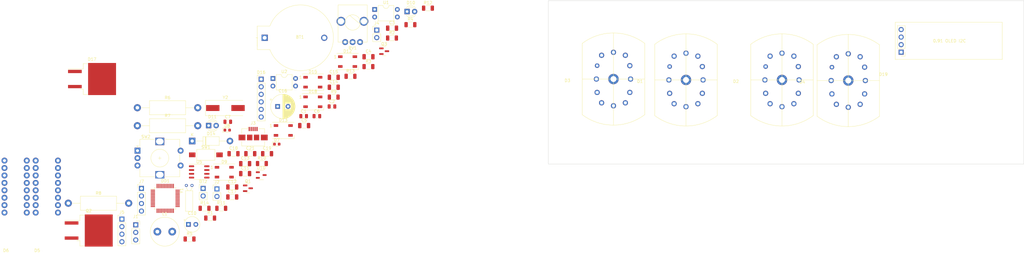
<source format=kicad_pcb>
(kicad_pcb (version 20211014) (generator pcbnew)
  (layers (0 "F.Cu" signal) (31 "B.Cu" signal) (34 "B.Paste" user) (35 "F.Paste" user) (36 "B.SilkS" user "B.Silkscreen") (37 "F.SilkS" user "F.Silkscreen") (38 "B.Mask" user) (39 "F.Mask" user) (44 "Edge.Cuts" user))
  (net 0 "")
  (net 1 "/RCC_OSC32_IN")
  (net 2 "/RCC_OSC32_OUT")
  (net 3 "/RCC_OSC8MGH_OUT")
  (net 4 "/RCC_OSC8MGH_IN")
  (net 5 "/SW_Encoder")
  (net 6 "Net-(D12-Pad4)")
  (net 7 "Net-(D10-Pad1)")
  (net 8 "/D2_X1")
  (net 9 "Net-(D12-Pad2)")
  (net 10 "Net-(D13-Pad2)")
  (net 12 "Net-(C18-Pad1)")
  (net 13 "Net-(C19-Pad1)")
  (net 14 "/D2_X4")
  (net 15 "Net-(D18-Pad2)")
  (net 16 "/D2_X2")
  (net 17 "/D2_X3")
  (net 18 "/D1_X1")
  (net 19 "/D1_X4")
  (net 20 "/D1_X2")
  (net 21 "/D1_X3")
  (net 22 "Net-(R5-Pad1)")
  (net 23 "Net-(L1-Pad2)")
  (net 24 "/VBAT")
  (net 25 "/LED_FRONT_PWM")
  (net 26 "GNDD")
  (net 27 "Net-(BT2-Pad1)")
  (net 28 "Net-(BT2-Pad2)")
  (net 29 "/LED_C13")
  (net 30 "/GND")
  (net 31 "+3.3V")
  (net 32 "+5V")
  (net 33 "Net-(C12-Pad1)")
  (net 34 "/NRST")
  (net 35 "HT")
  (net 36 "/ADC_IN1")
  (net 37 "/ADC_IN2")
  (net 39 "/HVT")
  (net 40 "/BTN_1")
  (net 41 "/BTN_2")
  (net 42 "/CLK_Encoder")
  (net 43 "/I2C_SCL")
  (net 44 "/DT_Encoder")
  (net 45 "/I2C_SDA")
  (net 46 "/PWM_WS2812B")
  (net 48 "/SYS_SWDIO")
  (net 49 "/SYS_SWCLK")
  (net 51 "Net-(D7-Pad1)")
  (net 52 "Net-(D8-Pad1)")
  (net 54 "/5V_BAT")
  (net 55 "/5V_USB")
  (net 56 "Net-(J4-Pad1)")
  (net 57 "Net-(J4-Pad2)")
  (net 58 "Net-(R5-Pad2)")
  (net 59 "/PWM1")
  (net 60 "Net-(Q3-Pad1)")
  (net 61 "/VCC1")
  (net 62 "Net-(R13-Pad2)")
  (net 63 "Net-(R14-Pad2)")
  (net 66 "Net-(J2-Pad1)")
  (net 67 "Net-(D5-Pad1)")
  (net 68 "Net-(D5-Pad9)")
  (net 69 "Net-(D5-Pad11)")
  (net 70 "Net-(D5-Pad14)")
  (net 71 "Net-(D5-Pad16)")
  (net 72 "Net-(D5-Pad15)")
  (net 73 "/LED_PWM")
  (net 74 "/LP2")
  (net 75 "/LP1")
  (net 79 "Net-(D5-Pad13)")
  (net 80 "Net-(D5-Pad10)")
  (net 81 "Net-(Q1-Pad1)")
  (net 82 "Net-(D5-Pad8)")
  (net 83 "Net-(Q2-Pad3)")
  (net 84 "Net-(D5-Pad2)")
  (net 86 "Net-(R7-Pad2)")
  (net 87 "Net-(D6-Pad1)")
  (net 90 "Net-(D6-Pad9)")
  (net 93 "Net-(D6-Pad10)")
  (net 94 "Net-(D6-Pad8)")
  (net 96 "Net-(D6-Pad2)")
  (net 100 "Net-(J2-Pad2)")
  (net 103 "Net-(D6-Pad11)")
  (net 104 "Net-(D6-Pad13)")
  (net 105 "Net-(D6-Pad14)")
  (net 106 "Net-(D6-Pad15)")
  (net 107 "Net-(D6-Pad16)")
  (net 114 "/PC13")
  (footprint "ИН12А:ИН12А" (layer "F.Cu") (at 46.31 84.688748)
    (fp_text reference "D3" (at -15.5 0.5 unlocked) (layer "F.SilkS"))
    (fp_text value "ИН-12А")
    (pad "1" thru_hole circle (at 4 8) (size 1.75 1.75) (drill 1) (layers *.Cu *.Mask) (net 100 "Net-(J2-Pad2)"))
    (pad "2" thru_hole circle (at 5.5 4.5) (size 1.75 1.75) (drill 1) (layers *.Cu *.Mask) (net 67 "Net-(D5-Pad1)"))
    (pad "3" thru_hole circle (at 5.75 0) (size 1.75 1.75) (drill 1) (layers *.Cu *.Mask) (net 68 "Net-(D5-Pad9)"))
    (pad "4" thru_hole circle (at 5.5 -4.5) (size 1.75 1.75) (drill 1) (layers *.Cu *.Mask) (net 69 "Net-(D5-Pad11)"))
    (pad "5" thru_hole circle (at 4 -8) (size 1.75 1.75) (drill 1) (layers *.Cu *.Mask) (net 70 "Net-(D5-Pad14)"))
    (pad "6" thru_hole circle (at 0 -9) (size 1.75 1.75) (drill 1) (layers *.Cu *.Mask) (net 71 "Net-(D5-Pad16)"))
    (pad "7" thru_hole circle (at -4 -8) (size 1.75 1.75) (drill 1) (layers *.Cu *.Mask) (net 72 "Net-(D5-Pad15)"))
    (pad "8" thru_hole circle (at -5.5 -4.5) (size 1.524 1.524) (drill 0.762) (layers *.Cu *.Mask) (net 79 "Net-(D5-Pad13)"))
    (pad "9" thru_hole circle (at -5.75 0) (size 1.75 1.75) (drill 1) (layers *.Cu *.Mask) (net 80 "Net-(D5-Pad10)"))
    (pad "10" thru_hole circle (at -5.5 4.5) (size 1.75 1.75) (drill 1) (layers *.Cu *.Mask) (net 82 "Net-(D5-Pad8)"))
    (pad "11" thru_hole circle (at -4 8) (size 1.75 1.75) (drill 1) (layers *.Cu *.Mask) (net 84 "Net-(D5-Pad2)"))
    (pad "12" thru_hole circle (at 0 9) (size 1.75 1.75) (drill 1) (layers *.Mask "F.Cu" "In1.Cu" "B.Cu"))
    (pad "13" thru_hole circle (at 0 0) (size 3.5 3.5) (drill 2) (layers *.Cu *.Mask))
  )
  (footprint "Capacitor_SMD:C_1206_3216Metric" (layer "F.Cu") (at -81.54 109.798748)
    (fp_text reference "C18" (at 0 -1.85) (layer "F.SilkS"))
    (fp_text value "~")
    (pad "1" smd roundrect (at -1.475 0) (size 1.15 1.8) (layers "F.Cu" "F.Paste" "F.Mask") (roundrect_rratio 0.217391) (net 12 "Net-(C18-Pad1)"))
    (pad "2" smd roundrect (at 1.475 0) (size 1.15 1.8) (layers "F.Cu" "F.Paste" "F.Mask") (roundrect_rratio 0.217391) (net 26 "GNDD"))
  )
  (footprint "Package_TO_SOT_SMD:TO-263-2" (layer "F.Cu") (at -130.26 135.658748)
    (fp_text reference "Q2" (at 0 -6.65) (layer "F.SilkS"))
    (fp_text value "IRF740")
    (pad "1" smd rect (at -5.775 -2.54) (size 4.6 1.1) (layers "F.Cu" "F.Paste" "F.Mask") (net 59 "/PWM1"))
    (pad "2" smd rect (at 3.375 0) (size 9.4 10.8) (layers "F.Cu" "F.Mask") (net 23 "Net-(L1-Pad2)"))
    (pad "3" smd rect (at -5.775 2.54) (size 4.6 1.1) (layers "F.Cu" "F.Paste" "F.Mask") (net 83 "Net-(Q2-Pad3)"))
  )
  (footprint "ИН12А:ИН12А" (layer "F.Cu") (at 103.01 84.988748)
    (fp_text reference "D2" (at -15.5 0.5 unlocked) (layer "F.SilkS"))
    (fp_text value "ИН-12А")
    (pad "1" thru_hole circle (at 4 8) (size 1.75 1.75) (drill 1) (layers *.Cu *.Mask) (net 66 "Net-(J2-Pad1)"))
    (pad "2" thru_hole circle (at 5.5 4.5) (size 1.75 1.75) (drill 1) (layers *.Cu *.Mask) (net 87 "Net-(D6-Pad1)"))
    (pad "3" thru_hole circle (at 5.75 0) (size 1.75 1.75) (drill 1) (layers *.Cu *.Mask) (net 90 "Net-(D6-Pad9)"))
    (pad "4" thru_hole circle (at 5.5 -4.5) (size 1.75 1.75) (drill 1) (layers *.Cu *.Mask) (net 103 "Net-(D6-Pad11)"))
    (pad "5" thru_hole circle (at 4 -8) (size 1.75 1.75) (drill 1) (layers *.Cu *.Mask) (net 105 "Net-(D6-Pad14)"))
    (pad "6" thru_hole circle (at 0 -9) (size 1.75 1.75) (drill 1) (layers *.Cu *.Mask) (net 107 "Net-(D6-Pad16)"))
    (pad "7" thru_hole circle (at -4 -8) (size 1.75 1.75) (drill 1) (layers *.Cu *.Mask) (net 106 "Net-(D6-Pad15)"))
    (pad "8" thru_hole circle (at -5.5 -4.5) (size 1.524 1.524) (drill 0.762) (layers *.Cu *.Mask) (net 104 "Net-(D6-Pad13)"))
    (pad "9" thru_hole circle (at -5.75 0) (size 1.75 1.75) (drill 1) (layers *.Cu *.Mask) (net 93 "Net-(D6-Pad10)"))
    (pad "10" thru_hole circle (at -5.5 4.5) (size 1.75 1.75) (drill 1) (layers *.Cu *.Mask) (net 94 "Net-(D6-Pad8)"))
    (pad "11" thru_hole circle (at -4 8) (size 1.75 1.75) (drill 1) (layers *.Cu *.Mask) (net 96 "Net-(D6-Pad2)"))
    (pad "12" thru_hole circle (at 0 9) (size 1.75 1.75) (drill 1) (layers *.Mask "F.Cu" "In1.Cu" "B.Cu"))
    (pad "13" thru_hole circle (at 0 0) (size 3.5 3.5) (drill 2) (layers *.Cu *.Mask))
  )
  (footprint "Connector_PinHeader_2.54mm:PinHeader_1x04_P2.54mm_Vertical" (layer "F.Cu") (at -112.51 121.488748)
    (fp_text reference "J7" (at 0 -2.33) (layer "F.SilkS"))
    (fp_text value "~")
    (pad "1" thru_hole rect (at 0 0) (size 1.7 1.7) (drill 1) (layers *.Cu *.Mask) (net 40 "/BTN_1"))
    (pad "2" thru_hole oval (at 0 2.54) (size 1.7 1.7) (drill 1) (layers *.Cu *.Mask) (net 41 "/BTN_2"))
    (pad "3" thru_hole oval (at 0 5.08) (size 1.7 1.7) (drill 1) (layers *.Cu *.Mask) (net 31 "+3.3V"))
    (pad "4" thru_hole oval (at 0 7.62) (size 1.7 1.7) (drill 1) (layers *.Cu *.Mask) (net 26 "GNDD"))
  )
  (footprint "Connector_PinHeader_2.54mm:PinHeader_1x02_P2.54mm_Vertical" (layer "F.Cu") (at -91.76 121.488748)
    (fp_text reference "BT2" (at 0 -2.33) (layer "F.SilkS"))
    (fp_text value "Battery_Cell")
    (pad "1" thru_hole rect (at 0 0) (size 1.7 1.7) (drill 1) (layers *.Cu *.Mask) (net 27 "Net-(BT2-Pad1)"))
    (pad "2" thru_hole oval (at 0 2.54) (size 1.7 1.7) (drill 1) (layers *.Cu *.Mask) (net 28 "Net-(BT2-Pad2)"))
  )
  (footprint "ИН12А:ИН12А" (layer "F.Cu") (at 125.31 85.188748)
    (fp_text reference "D4" (at -15.5 0.5 unlocked) (layer "F.SilkS"))
    (fp_text value "ИН-12А")
    (pad "1" thru_hole circle (at 4 8) (size 1.75 1.75) (drill 1) (layers *.Cu *.Mask) (net 100 "Net-(J2-Pad2)"))
    (pad "2" thru_hole circle (at 5.5 4.5) (size 1.75 1.75) (drill 1) (layers *.Cu *.Mask) (net 87 "Net-(D6-Pad1)"))
    (pad "3" thru_hole circle (at 5.75 0) (size 1.75 1.75) (drill 1) (layers *.Cu *.Mask) (net 90 "Net-(D6-Pad9)"))
    (pad "4" thru_hole circle (at 5.5 -4.5) (size 1.75 1.75) (drill 1) (layers *.Cu *.Mask) (net 103 "Net-(D6-Pad11)"))
    (pad "5" thru_hole circle (at 4 -8) (size 1.75 1.75) (drill 1) (layers *.Cu *.Mask) (net 105 "Net-(D6-Pad14)"))
    (pad "6" thru_hole circle (at 0 -9) (size 1.75 1.75) (drill 1) (layers *.Cu *.Mask) (net 107 "Net-(D6-Pad16)"))
    (pad "7" thru_hole circle (at -4 -8) (size 1.75 1.75) (drill 1) (layers *.Cu *.Mask) (net 106 "Net-(D6-Pad15)"))
    (pad "8" thru_hole circle (at -5.5 -4.5) (size 1.524 1.524) (drill 0.762) (layers *.Cu *.Mask) (net 104 "Net-(D6-Pad13)"))
    (pad "9" thru_hole circle (at -5.75 0) (size 1.75 1.75) (drill 1) (layers *.Cu *.Mask) (net 93 "Net-(D6-Pad10)"))
    (pad "10" thru_hole circle (at -5.5 4.5) (size 1.75 1.75) (drill 1) (layers *.Cu *.Mask) (net 94 "Net-(D6-Pad8)"))
    (pad "11" thru_hole circle (at -4 8) (size 1.75 1.75) (drill 1) (layers *.Cu *.Mask) (net 96 "Net-(D6-Pad2)"))
    (pad "12" thru_hole circle (at 0 9) (size 1.75 1.75) (drill 1) (layers *.Mask "F.Cu" "In1.Cu" "B.Cu"))
    (pad "13" thru_hole circle (at 0 0) (size 3.5 3.5) (drill 2) (layers *.Cu *.Mask))
  )
  (footprint "Capacitor_SMD:C_1206_3216Metric" (layer "F.Cu") (at -47.81 87.448748)
    (fp_text reference "C14" (at 0 -1.85) (layer "F.SilkS"))
    (fp_text value "100 pF")
    (pad "1" smd roundrect (at -1.475 0) (size 1.15 1.8) (layers "F.Cu" "F.Paste" "F.Mask") (roundrect_rratio 0.217391) (net 34 "/NRST"))
    (pad "2" smd roundrect (at 1.475 0) (size 1.15 1.8) (layers "F.Cu" "F.Paste" "F.Mask") (roundrect_rratio 0.217391) (net 26 "GNDD"))
  )
  (footprint "Capacitor_SMD:C_1206_3216Metric" (layer "F.Cu") (at -77.62 113.148748)
    (fp_text reference "C13" (at 0 -1.85) (layer "F.SilkS"))
    (fp_text value "1uF")
    (pad "1" smd roundrect (at -1.475 0) (size 1.15 1.8) (layers "F.Cu" "F.Paste" "F.Mask") (roundrect_rratio 0.217391) (net 32 "+5V"))
    (pad "2" smd roundrect (at 1.475 0) (size 1.15 1.8) (layers "F.Cu" "F.Paste" "F.Mask") (roundrect_rratio 0.217391) (net 26 "GNDD"))
  )
  (footprint "Capacitor_THT:CP_Radial_D8.0mm_P3.50mm" (layer "F.Cu") (at -66.685302 93.898748)
    (fp_text reference "C16" (at 1.75 -5.25) (layer "F.SilkS"))
    (fp_text value "22 uF")
    (pad "1" thru_hole rect (at 0 0) (size 1.6 1.6) (drill 0.8) (layers *.Cu *.Mask) (net 35 "HT"))
    (pad "2" thru_hole circle (at 3.5 0) (size 1.6 1.6) (drill 0.8) (layers *.Cu *.Mask) (net 26 "GNDD"))
  )
  (footprint "Resistor_SMD:R_1206_3216Metric" (layer "F.Cu") (at -22.01 66.388748)
    (fp_text reference "R4" (at 0 -1.82) (layer "F.SilkS"))
    (fp_text value "510R")
    (pad "1" smd roundrect (at -1.4625 0) (size 1.125 1.75) (layers "F.Cu" "F.Paste" "F.Mask") (roundrect_rratio 0.222222) (net 51 "Net-(D7-Pad1)"))
    (pad "2" smd roundrect (at 1.4625 0) (size 1.125 1.75) (layers "F.Cu" "F.Paste" "F.Mask") (roundrect_rratio 0.222222) (net 114 "/PC13"))
  )
  (footprint "Package_SO:SO-8_3.9x4.9mm_P1.27mm" (layer "F.Cu") (at -93.09 115.938748)
    (fp_text reference "U5" (at 0 -3.4) (layer "F.SilkS"))
    (fp_text value "MAX1771xSA")
    (pad "1" smd roundrect (at -2.575 -1.905) (size 1.75 0.6) (layers "F.Cu" "F.Paste" "F.Mask") (net 59 "/PWM1"))
    (pad "2" smd roundrect (at -2.575 -0.635) (size 1.75 0.6) (layers "F.Cu" "F.Paste" "F.Mask") (net 61 "/VCC1"))
    (pad "3" smd roundrect (at -2.575 0.635) (size 1.75 0.6) (layers "F.Cu" "F.Paste" "F.Mask") (net 86 "Net-(R7-Pad2)"))
    (pad "4" smd roundrect (at -2.575 1.905) (size 1.75 0.6) (layers "F.Cu" "F.Paste" "F.Mask") (net 26 "GNDD"))
    (pad "5" smd roundrect (at 2.575 1.905) (size 1.75 0.6) (layers "F.Cu" "F.Paste" "F.Mask") (net 33 "Net-(C12-Pad1)"))
    (pad "6" smd roundrect (at 2.575 0.635) (size 1.75 0.6) (layers "F.Cu" "F.Paste" "F.Mask") (net 26 "GNDD"))
    (pad "7" smd roundrect (at 2.575 -0.635) (size 1.75 0.6) (layers "F.Cu" "F.Paste" "F.Mask") (net 26 "GNDD"))
    (pad "8" smd roundrect (at 2.575 -1.905) (size 1.75 0.6) (layers "F.Cu" "F.Paste" "F.Mask") (net 83 "Net-(Q2-Pad3)"))
  )
  (footprint "LED_SMD:LED_WS2812B_PLCC4_5.0x5.0mm_P3.2mm" (layer "F.Cu") (at -43.155 78.813748)
    (fp_text reference "D12" (at 0 -3.5) (layer "F.SilkS"))
    (fp_text value "~")
    (fp_text user "1" (at -4.15 -1.6) (layer "F.SilkS"))
    (pad "1" smd rect (at -2.45 -1.65) (size 1.5 0.9) (layers "F.Cu" "F.Paste" "F.Mask") (net 32 "+5V"))
    (pad "2" smd rect (at -2.45 1.65) (size 1.5 0.9) (layers "F.Cu" "F.Paste" "F.Mask") (net 9 "Net-(D12-Pad2)"))
    (pad "3" smd rect (at 2.45 1.65) (size 1.5 0.9) (layers "F.Cu" "F.Paste" "F.Mask") (net 26 "GNDD"))
    (pad "4" smd rect (at 2.45 -1.65) (size 1.5 0.9) (layers "F.Cu" "F.Paste" "F.Mask") (net 6 "Net-(D12-Pad4)"))
  )
  (footprint "Package_TO_SOT_SMD:SOT-23" (layer "F.Cu") (at -30.85 75.318748)
    (fp_text reference "Q3" (at 0 -2.4) (layer "F.SilkS"))
    (fp_text value "2N7002")
    (pad "1" smd roundrect (at -0.9375 -0.95) (size 1.475 0.6) (layers "F.Cu" "F.Paste" "F.Mask") (net 60 "Net-(Q3-Pad1)"))
    (pad "2" smd roundrect (at -0.9375 0.95) (size 1.475 0.6) (layers "F.Cu" "F.Paste" "F.Mask") (net 61 "/VCC1"))
    (pad "3" smd roundrect (at 0.9375 0) (size 1.475 0.6) (layers "F.Cu" "F.Paste" "F.Mask") (net 32 "+5V"))
  )
  (footprint "Resistor_SMD:R_1206_3216Metric" (layer "F.Cu") (at -89.4 131.468748)
    (fp_text reference "R1" (at 0 -1.82) (layer "F.SilkS"))
    (fp_text value "510R")
    (pad "1" smd roundrect (at -1.4625 0) (size 1.125 1.75) (layers "F.Cu" "F.Paste" "F.Mask") (roundrect_rratio 0.222222) (net 52 "Net-(D8-Pad1)"))
    (pad "2" smd roundrect (at 1.4625 0) (size 1.125 1.75) (layers "F.Cu" "F.Paste" "F.Mask") (roundrect_rratio 0.222222) (net 26 "GNDD"))
  )
  (footprint "Capacitor_SMD:C_1206_3216Metric" (layer "F.Cu") (at -47.81 84.098748)
    (fp_text reference "C15" (at 0 -1.85) (layer "F.SilkS"))
    (fp_text value "1uF")
    (pad "1" smd roundrect (at -1.475 0) (size 1.15 1.8) (layers "F.Cu" "F.Paste" "F.Mask") (roundrect_rratio 0.217391) (net 31 "+3.3V"))
    (pad "2" smd roundrect (at 1.475 0) (size 1.15 1.8) (layers "F.Cu" "F.Paste" "F.Mask") (roundrect_rratio 0.217391) (net 26 "GNDD"))
  )
  (footprint "Button_Switch_SMD:SW_SPST_FSMSM" (layer "F.Cu") (at -90.84 110.188748)
    (fp_text reference "SW1" (at 0 -2.6) (layer "F.SilkS"))
    (fp_text value "~")
    (pad "1" smd rect (at -4.59 0) (size 2.18 1.6) (layers "F.Cu" "F.Paste" "F.Mask") (net 26 "GNDD"))
    (pad "2" smd rect (at 4.59 0) (size 2.18 1.6) (layers "F.Cu" "F.Paste" "F.Mask") (net 34 "/NRST"))
  )
  (footprint "Capacitor_THT:CP_Radial_Tantal_D5.0mm_P2.50mm" (layer "F.Cu") (at -96.720225 133.588748)
    (fp_text reference "C10" (at 1.25 -3.75) (layer "F.SilkS"))
    (fp_text value "100 uF")
    (pad "1" thru_hole rect (at 0 0) (size 1.6 1.6) (drill 0.8) (layers *.Cu *.Mask) (net 32 "+5V"))
    (pad "2" thru_hole circle (at 2.5 0) (size 1.6 1.6) (drill 0.8) (layers *.Cu *.Mask) (net 26 "GNDD"))
  )
  (footprint "Resistor_SMD:R_1206_3216Metric" (layer "F.Cu") (at -91.28 128.178748)
    (fp_text reference "R14" (at 0 -1.82) (layer "F.SilkS"))
    (fp_text value "36R")
    (pad "1" smd roundrect (at -1.4625 0) (size 1.125 1.75) (layers "F.Cu" "F.Paste" "F.Mask") (roundrect_rratio 0.222222) (net 74 "/LP2"))
    (pad "2" smd roundrect (at 1.4625 0) (size 1.125 1.75) (layers "F.Cu" "F.Paste" "F.Mask") (roundrect_rratio 0.222222) (net 63 "Net-(R14-Pad2)"))
  )
  (footprint "Capacitor_SMD:C_0805_2012Metric" (layer "F.Cu") (at -83.47 99.068748)
    (fp_text reference "C7" (at 0 -1.68) (layer "F.SilkS"))
    (fp_text value "~")
    (pad "1" smd roundrect (at -0.95 0) (size 1 1.45) (layers "F.Cu" "F.Paste" "F.Mask") (net 4 "/RCC_OSC8MGH_IN"))
    (pad "2" smd roundrect (at 0.95 0) (size 1 1.45) (layers "F.Cu" "F.Paste" "F.Mask") (net 26 "GNDD"))
  )
  (footprint "Resistor_SMD:R_1206_3216Metric" (layer "F.Cu") (at -16.11 60.838748)
    (fp_text reference "R12" (at 0 -1.82) (layer "F.SilkS"))
    (fp_text value "10кОм")
    (pad "1" smd roundrect (at -1.4625 0) (size 1.125 1.75) (layers "F.Cu" "F.Paste" "F.Mask") (roundrect_rratio 0.222222) (net 13 "Net-(C19-Pad1)"))
    (pad "2" smd roundrect (at 1.4625 0) (size 1.125 1.75) (layers "F.Cu" "F.Paste" "F.Mask") (roundrect_rratio 0.222222) (net 42 "/CLK_Encoder"))
  )
  (footprint "Capacitor_SMD:C_1206_3216Metric" (layer "F.Cu") (at -70.24 109.798748)
    (fp_text reference "C19" (at 0 -1.85) (layer "F.SilkS"))
    (fp_text value "100 nF")
    (pad "1" smd roundrect (at -1.475 0) (size 1.15 1.8) (layers "F.Cu" "F.Paste" "F.Mask") (roundrect_rratio 0.217391) (net 13 "Net-(C19-Pad1)"))
    (pad "2" smd roundrect (at 1.475 0) (size 1.15 1.8) (layers "F.Cu" "F.Paste" "F.Mask") (roundrect_rratio 0.217391) (net 26 "GNDD"))
  )
  (footprint "Resistor_SMD:R_1206_3216Metric" (layer "F.Cu") (at -28.21 70.888748)
    (fp_text reference "R2" (at 0 -1.82) (layer "F.SilkS"))
    (fp_text value "22 Omh")
    (pad "1" smd roundrect (at -1.4625 0) (size 1.125 1.75) (layers "F.Cu" "F.Paste" "F.Mask") (roundrect_rratio 0.222222) (net 73 "/LED_PWM"))
    (pad "2" smd roundrect (at 1.4625 0) (size 1.125 1.75) (layers "F.Cu" "F.Paste" "F.Mask") (roundrect_rratio 0.222222) (net 81 "Net-(Q1-Pad1)"))
  )
  (footprint "Package_DIP:DIP-4_W7.62mm" (layer "F.Cu") (at -68.28 84.498748)
    (fp_text reference "U2" (at 3.81 -2.33) (layer "F.SilkS"))
    (fp_text value "TLP627")
    (pad "1" thru_hole rect (at 0 0) (size 1.6 1.6) (drill 0.8) (layers *.Cu *.Mask) (net 63 "Net-(R14-Pad2)"))
    (pad "2" thru_hole oval (at 0 2.54) (size 1.6 1.6) (drill 0.8) (layers *.Cu *.Mask) (net 26 "GNDD"))
    (pad "3" thru_hole oval (at 7.62 2.54) (size 1.6 1.6) (drill 0.8) (layers *.Cu *.Mask) (net 57 "Net-(J4-Pad2)"))
    (pad "4" thru_hole oval (at 7.62 0) (size 1.6 1.6) (drill 0.8) (layers *.Cu *.Mask) (net 35 "HT"))
  )
  (footprint "Connector_PinHeader_2.54mm:PinHeader_1x02_P2.54mm_Vertical" (layer "F.Cu") (at -87.11 121.658748)
    (fp_text reference "J2" (at 0 -2.33) (layer "F.SilkS"))
    (fp_text value "~")
    (pad "1" thru_hole rect (at 0 0) (size 1.7 1.7) (drill 1) (layers *.Cu *.Mask) (net 66 "Net-(J2-Pad1)"))
    (pad "2" thru_hole oval (at 0 2.54) (size 1.7 1.7) (drill 1) (layers *.Cu *.Mask) (net 100 "Net-(J2-Pad2)"))
  )
  (footprint "Connector_PinHeader_2.54mm:PinHeader_1x04_P2.54mm_Vertical" (layer "F.Cu") (at -119.09 131.808748)
    (fp_text reference "J5" (at 0 -2.33) (layer "F.SilkS"))
    (fp_text value "~")
    (pad "1" thru_hole rect (at 0 0) (size 1.7 1.7) (drill 1) (layers *.Cu *.Mask) (net 26 "GNDD"))
    (pad "2" thru_hole oval (at 0 2.54) (size 1.7 1.7) (drill 1) (layers *.Cu *.Mask) (net 31 "+3.3V"))
    (pad "3" thru_hole oval (at 0 5.08) (size 1.7 1.7) (drill 1) (layers *.Cu *.Mask) (net 48 "/SYS_SWDIO"))
    (pad "4" thru_hole oval (at 0 7.62) (size 1.7 1.7) (drill 1) (layers *.Cu *.Mask) (net 49 "/SYS_SWCLK"))
  )
  (footprint "Package_DIP:DIP-4_W7.62mm" (layer "F.Cu") (at -34.04 61.268748)
    (fp_text reference "U1" (at 3.81 -2.33) (layer "F.SilkS"))
    (fp_text value "TLP627")
    (pad "1" thru_hole rect (at 0 0) (size 1.6 1.6) (drill 0.8) (layers *.Cu *.Mask) (net 62 "Net-(R13-Pad2)"))
    (pad "2" thru_hole oval (at 0 2.54) (size 1.6 1.6) (drill 0.8) (layers *.Cu *.Mask) (net 26 "GNDD"))
    (pad "3" thru_hole oval (at 7.62 2.54) (size 1.6 1.6) (drill 0.8) (layers *.Cu *.Mask) (net 56 "Net-(J4-Pad1)"))
    (pad "4" thru_hole oval (at 7.62 0) (size 1.6 1.6) (drill 0.8) (layers *.Cu *.Mask) (net 35 "HT"))
  )
  (footprint "Diode_THT:D_DO-41_SOD81_P12.70mm_Horizontal" (layer "F.Cu") (at -95.44 105.538748)
    (fp_text reference "D14" (at 6.35 -2.47) (layer "F.SilkS"))
    (fp_text value "~")
    (fp_text user "K" (at 0 -2.1) (layer "F.SilkS"))
    (pad "1" thru_hole rect (at 0 0) (size 2.2 2.2) (drill 1.1) (layers *.Cu *.Mask) (net 23 "Net-(L1-Pad2)"))
    (pad "2" thru_hole oval (at 12.7 0) (size 2.2 2.2) (drill 1.1) (layers *.Cu *.Mask) (net 35 "HT"))
  )
  (footprint "Resistor_THT:R_Axial_DIN0414_L11.9mm_D4.5mm_P20.32mm_Horizontal" (layer "F.Cu") (at -113.89 94.338748)
    (fp_text reference "R6" (at 10.16 -3.37) (layer "F.SilkS"))
    (fp_text value "0.05R")
    (pad "1" thru_hole circle (at 0 0) (size 2.4 2.4) (drill 1.2) (layers *.Cu *.Mask) (net 26 "GNDD"))
    (pad "2" thru_hole oval (at 20.32 0) (size 2.4 2.4) (drill 1.2) (layers *.Cu *.Mask) (net 83 "Net-(Q2-Pad3)"))
  )
  (footprint "Connector_PinHeader_2.54mm:PinHeader_1x02_P2.54mm_Vertical" (layer "F.Cu") (at -33.34 68.218748)
    (fp_text reference "J4" (at 0 -2.33) (layer "F.SilkS"))
    (fp_text value "~")
    (pad "1" thru_hole rect (at 0 0) (size 1.7 1.7) (drill 1) (layers *.Cu *.Mask) (net 56 "Net-(J4-Pad1)"))
    (pad "2" thru_hole oval (at 0 2.54) (size 1.7 1.7) (drill 1) (layers *.Cu *.Mask) (net 57 "Net-(J4-Pad2)"))
  )
  (footprint "LED_SMD:LED_0603_1608Metric" (layer "F.Cu") (at -83.65 101.868748)
    (fp_text reference "D8" (at 0 -1.43) (layer "F.SilkS"))
    (fp_text value "~")
    (pad "1" smd roundrect (at -0.7875 0) (size 0.875 0.95) (layers "F.Cu" "F.Paste" "F.Mask") (net 52 "Net-(D8-Pad1)"))
    (pad "2" smd roundrect (at 0.7875 0) (size 0.875 0.95) (layers "F.Cu" "F.Paste" "F.Mask") (net 31 "+3.3V"))
  )
  (footprint "ИН12А:К155ИД1" (layer "F.Cu") (at -145.605 139.623748)
    (fp_text reference "D5" (at -2 2.75 unlocked) (layer "F.SilkS"))
    (fp_text value "К155_ИД1")
    (pad "1" thru_hole circle (at -2.5 -27.5) (size 2 2) (drill 1) (layers *.Cu *.Mask) (net 67 "Net-(D5-Pad1)"))
    (pad "2" thru_hole circle (at -2.5 -25) (size 2 2) (drill 1) (layers *.Cu *.Mask) (net 84 "Net-(D5-Pad2)"))
    (pad "3" thru_hole circle (at -2.5 -22.5) (size 2 2) (drill 1) (layers *.Cu *.Mask) (net 8 "/D2_X1"))
    (pad "4" thru_hole circle (at -2.5 -20) (size 2 2) (drill 1) (layers *.Cu *.Mask) (net 14 "/D2_X4"))
    (pad "5" thru_hole circle (at -2.5 -17.5) (size 2 2) (drill 1) (layers *.Cu *.Mask) (net 32 "+5V"))
    (pad "6" thru_hole circle (at -2.5 -15) (size 2 2) (drill 1) (layers *.Cu *.Mask) (net 16 "/D2_X2"))
    (pad "7" thru_hole circle (at -2.5 -12.5) (size 2 2) (drill 1) (layers *.Cu *.Mask) (net 17 "/D2_X3"))
    (pad "8" thru_hole circle (at -2.5 -10) (size 2 2) (drill 1) (layers *.Cu *.Mask) (net 82 "Net-(D5-Pad8)"))
    (pad "9" thru_hole circle (at 5 -10) (size 2 2) (drill 1) (layers *.Cu *.Mask) (net 68 "Net-(D5-Pad9)"))
    (pad "10" thru_hole circle (at 5 -12.5) (size 2 2) (drill 1) (layers *.Cu *.Mask) (net 80 "Net-(D5-Pad10)"))
    (pad "11" thru_hole circle (at 5 -15) (size 2 2) (drill 1) (layers *.Cu *.Mask) (net 69 "Net-(D5-Pad11)"))
    (pad "12" thru_hole circle (at 5 -17.5) (size 2 2) (drill 1) (layers *.Cu *.Mask) (net 26 "GNDD"))
    (pad "13" thru_hole circle (at 5 -20) (size 2 2) (drill 1) (layers *.Cu *.Mask) (net 79 "Net-(D5-Pad13)"))
    (pad "14" thru_hole circle (at 5 -22.5) (size 2 2) (drill 1) (layers *.Cu *.Mask) (net 70 "Net-(D5-Pad14)"))
    (pad "15" thru_hole circle (at 5 -25) (size 2 2) (drill 1) (layers *.Cu *.Mask) (net 72 "Net-(D5-Pad15)"))
    (pad "16" thru_hole circle (at 5 -27.5) (size 2 2) (drill 1) (layers *.Cu *.Mask) (net 71 "Net-(D5-Pad16)"))
  )
  (footprint "LED_SMD:LED_0603_1608Metric" (layer "F.Cu") (at -66.97 106.588748)
    (fp_text reference "D7" (at 0 -1.43) (layer "F.SilkS"))
    (fp_text value "~")
    (pad "1" smd roundrect (at -0.7875 0) (size 0.875 0.95) (layers "F.Cu" "F.Paste" "F.Mask") (net 51 "Net-(D7-Pad1)"))
    (pad "2" smd roundrect (at 0.7875 0) (size 0.875 0.95) (layers "F.Cu" "F.Paste" "F.Mask") (net 31 "+3.3V"))
  )
  (footprint "Connector_USB:USB_Micro-B_Amphenol_10104110_Horizontal" (layer "F.Cu") (at -74.94 103.048748)
    (fp_text reference "J3" (at 0 -3.55) (layer "F.SilkS"))
    (fp_text value "USB_B_Micro")
    (pad "1" smd rect (at -1.3 -1.55) (size 0.4 1.4) (layers "F.Cu" "F.Paste" "F.Mask") (net 55 "/5V_USB"))
    (pad "2" smd rect (at -0.65 -1.55) (size 0.4 1.4) (layers "F.Cu" "F.Paste" "F.Mask"))
    (pad "3" smd rect (at 0 -1.55) (size 0.4 1.4) (layers "F.Cu" "F.Paste" "F.Mask"))
    (pad "4" smd rect (at 0.65 -1.55) (size 0.4 1.4) (layers "F.Cu" "F.Paste" "F.Mask"))
    (pad "5" smd rect (at 1.3 -1.55) (size 0.4 1.4) (layers "F.Cu" "F.Paste" "F.Mask") (net 26 "GNDD"))
    (pad "6" smd rect (at 3.75 1.3) (size 2.3 1.9) (layers "F.Cu" "F.Paste" "F.Mask") (net 26 "GNDD"))
    (pad "6" smd rect (at -3.75 1.3) (size 2.3 1.9) (layers "F.Cu" "F.Paste" "F.Mask") (net 26 "GNDD"))
    (pad "6" smd rect (at -1.15 1.3) (size 1.8 1.9) (layers "F.Cu" "F.Paste" "F.Mask") (net 26 "GNDD"))
    (pad "6" smd rect (at 1.15 1.3) (size 1.8 1.9) (layers "F.Cu" "F.Paste" "F.Mask") (net 26 "GNDD"))
  )
  (footprint "Package_TO_SOT_SMD:SOT-23-3" (layer "F.Cu") (at -72.22 116.988748)
    (fp_text reference "U10" (at 0 -2.4) (layer "F.SilkS"))
    (fp_text value "XC6206PxxxMR")
    (pad "1" smd roundrect locked (at -1.1375 -0.95) (size 1.325 0.6) (layers "F.Cu" "F.Paste" "F.Mask") (net 26 "GNDD"))
    (pad "2" smd roundrect locked (at -1.1375 0.95) (size 1.325 0.6) (layers "F.Cu" "F.Paste" "F.Mask") (net 31 "+3.3V"))
    (pad "3" smd roundrect locked (at 1.1375 0) (size 1.325 0.6) (layers "F.Cu" "F.Paste" "F.Mask") (net 32 "+5V"))
  )
  (footprint "LED_THT:LED_D3.0mm" (layer "F.Cu") (at -89.92 100.338748)
    (fp_text reference "D11" (at 1.27 -2.96) (layer "F.SilkS"))
    (fp_text value "~")
    (pad "1" thru_hole rect (at 0 0) (size 1.8 1.8) (drill 0.9) (layers *.Cu *.Mask) (net 22 "Net-(R5-Pad1)"))
    (pad "2" thru_hole circle (at 2.54 0) (size 1.8 1.8) (drill 0.9) (layers *.Cu *.Mask) (net 7 "Net-(D10-Pad1)"))
  )
  (footprint "LED_SMD:LED_WS2812B_PLCC4_5.0x5.0mm_P3.2mm" (layer "F.Cu") (at -84.655 116.023748)
    (fp_text reference "D9" (at 0 -3.5) (layer "F.SilkS"))
    (fp_text value "~")
    (fp_text user "1" (at -4.15 -1.6) (layer "F.SilkS"))
    (pad "1" smd rect (at -2.45 -1.65) (size 1.5 0.9) (layers "F.Cu" "F.Paste" "F.Mask") (net 32 "+5V"))
    (pad "2" smd rect (at -2.45 1.65) (size 1.5 0.9) (layers "F.Cu" "F.Paste" "F.Mask") (net 6 "Net-(D12-Pad4)"))
    (pad "3" smd rect (at 2.45 1.65) (size 1.5 0.9) (layers "F.Cu" "F.Paste" "F.Mask") (net 26 "GNDD"))
    (pad "4" smd rect (at 2.45 -1.65) (size 1.5 0.9) (layers "F.Cu" "F.Paste" "F.Mask") (net 15 "Net-(D18-Pad2)"))
  )
  (footprint "ИН12А:К155ИД1" (layer "F.Cu") (at -156.105 139.623748)
    (fp_text reference "D6" (at -2 2.75 unlocked) (layer "F.SilkS"))
    (fp_text value "К155_ИД1")
    (pad "1" thru_hole circle (at -2.5 -27.5) (size 2 2) (drill 1) (layers *.Cu *.Mask) (net 87 "Net-(D6-Pad1)"))
    (pad "2" thru_hole circle (at -2.5 -25) (size 2 2) (drill 1) (layers *.Cu *.Mask) (net 96 "Net-(D6-Pad2)"))
    (pad "3" thru_hole circle (at -2.5 -22.5) (size 2 2) (drill 1) (layers *.Cu *.Mask) (net 18 "/D1_X1"))
    (pad "4" thru_hole circle (at -2.5 -20) (size 2 2) (drill 1) (layers *.Cu *.Mask) (net 19 "/D1_X4"))
    (pad "5" thru_hole circle (at -2.5 -17.5) (size 2 2) (drill 1) (layers *.Cu *.Mask) (net 32 "+5V"))
    (pad "6" thru_hole circle (at -2.5 -15) (size 2 2) (drill 1) (layers *.Cu *.Mask) (net 20 "/D1_X2"))
    (pad "7" thru_hole circle (at -2.5 -12.5) (size 2 2) (drill 1) (layers *.Cu *.Mask) (net 21 "/D1_X3"))
    (pad "8" thru_hole circle (at -2.5 -10) (size 2 2) (drill 1) (layers *.Cu *.Mask) (net 94 "Net-(D6-Pad8)"))
    (pad "9" thru_hole circle (at 5 -10) (size 2 2) (drill 1) (layers *.Cu *.Mask) (net 90 "Net-(D6-Pad9)"))
    (pad "10" thru_hole circle (at 5 -12.5) (size 2 2) (drill 1) (layers *.Cu *.Mask) (net 93 "Net-(D6-Pad10)"))
    (pad "11" thru_hole circle (at 5 -15) (size 2 2) (drill 1) (layers *.Cu *.Mask) (net 103 "Net-(D6-Pad11)"))
    (pad "12" thru_hole circle (at 5 -17.5) (size 2 2) (drill 1) (layers *.Cu *.Mask) (net 26 "GNDD"))
    (pad "13" thru_hole circle (at 5 -20) (size 2 2) (drill 1) (layers *.Cu *.Mask) (net 104 "Net-(D6-Pad13)"))
    (pad "14" thru_hole circle (at 5 -22.5) (size 2 2) (drill 1) (layers *.Cu *.Mask) (net 105 "Net-(D6-Pad14)"))
    (pad "15" thru_hole circle (at 5 -25) (size 2 2) (drill 1) (layers *.Cu *.Mask) (net 106 "Net-(D6-Pad15)"))
    (pad "16" thru_hole circle (at 5 -27.5) (size 2 2) (drill 1) (layers *.Cu *.Mask) (net 107 "Net-(D6-Pad16)"))
  )
  (footprint "Capacitor_SMD:C_1206_3216Metric" (layer "F.Cu") (at -77.62 116.498748)
    (fp_text reference "C11" (at 0 -1.85) (layer "F.SilkS"))
    (fp_text value "~")
    (pad "1" smd roundrect (at -1.475 0) (size 1.15 1.8) (layers "F.Cu" "F.Paste" "F.Mask") (roundrect_rratio 0.217391) (net 32 "+5V"))
    (pad "2" smd roundrect (at 1.475 0) (size 1.15 1.8) (layers "F.Cu" "F.Paste" "F.Mask") (roundrect_rratio 0.217391) (net 26 "GNDD"))
  )
  (footprint "Capacitor_SMD:C_1206_3216Metric" (layer "F.Cu") (at -57.77 100.348748)
    (fp_text reference "C5" (at 0 -1.85) (layer "F.SilkS"))
    (fp_text value "4.7uF")
    (pad "1" smd roundrect (at -1.475 0) (size 1.15 1.8) (layers "F.Cu" "F.Paste" "F.Mask") (roundrect_rratio 0.217391) (net 31 "+3.3V"))
    (pad "2" smd roundrect (at 1.475 0) (size 1.15 1.8) (layers "F.Cu" "F.Paste" "F.Mask") (roundrect_rratio 0.217391) (net 26 "GNDD"))
  )
  (footprint "ИН12А:0.91OLED" (layer "F.Cu") (at 137.105 83.593748)
    (fp_text reference "D19" (at 0 -0.5 unlocked) (layer "F.SilkS"))
    (fp_text value "0.91_OLED")
    (fp_text user "0.91 OLED I2C" (at 22.25 -11.75 unlocked) (layer "F.SilkS"))
    (pad "1" thru_hole rect (at 6 -7.94 180) (size 1.7 1.7) (drill 1) (layers *.Mask "F.Cu" "In1.Cu" "B.Cu") (net 26 "GNDD"))
    (pad "2" thru_hole oval (at 6 -10.48 270) (size 1.7 1.7) (drill 1) (layers *.Mask "F.Cu" "In1.Cu" "B.Cu") (net 31 "+3.3V"))
    (pad "3" thru_hole oval (at 6 -13.02 180) (size 1.7 1.7) (drill 1) (layers *.Mask "F.Cu" "In1.Cu" "B.Cu") (net 43 "/I2C_SCL"))
    (pad "4" thru_hole oval (at 6 -15.56 180) (size 1.7 1.7) (drill 1) (layers *.Mask "F.Cu" "In1.Cu" "B.Cu") (net 45 "/I2C_SDA"))
  )
  (footprint "ИН12А:ИН12А" (layer "F.Cu") (at 70.71 84.988748)
    (fp_text reference "D1" (at -15.5 0.5 unlocked) (layer "F.SilkS"))
    (fp_text value "ИН-12А")
    (pad "1" thru_hole circle (at 4 8) (size 1.75 1.75) (drill 1) (layers *.Cu *.Mask) (net 66 "Net-(J2-Pad1)"))
    (pad "2" thru_hole circle (at 5.5 4.5) (size 1.75 1.75) (drill 1) (layers *.Cu *.Mask) (net 67 "Net-(D5-Pad1)"))
    (pad "3" thru_hole circle (at 5.75 0) (size 1.75 1.75) (drill 1) (layers *.Cu *.Mask) (net 68 "Net-(D5-Pad9)"))
    (pad "4" thru_hole circle (at 5.5 -4.5) (size 1.75 1.75) (drill 1) (layers *.Cu *.Mask) (net 69 "Net-(D5-Pad11)"))
    (pad "5" thru_hole circle (at 4 -8) (size 1.75 1.75) (drill 1) (layers *.Cu *.Mask) (net 70 "Net-(D5-Pad14)"))
    (pad "6" thru_hole circle (at 0 -9) (size 1.75 1.75) (drill 1) (layers *.Cu *.Mask) (net 71 "Net-(D5-Pad16)"))
    (pad "7" thru_hole circle (at -4 -8) (size 1.75 1.75) (drill 1) (layers *.Cu *.Mask) (net 72 "Net-(D5-Pad15)"))
    (pad "8" thru_hole circle (at -5.5 -4.5) (size 1.524 1.524) (drill 0.762) (layers *.Cu *.Mask) (net 79 "Net-(D5-Pad13)"))
    (pad "9" thru_hole circle (at -5.75 0) (size 1.75 1.75) (drill 1) (layers *.Cu *.Mask) (net 80 "Net-(D5-Pad10)"))
    (pad "10" thru_hole circle (at -5.5 4.5) (size 1.75 1.75) (drill 1) (layers *.Cu *.Mask) (net 82 "Net-(D5-Pad8)"))
    (pad "11" thru_hole circle (at -4 8) (size 1.75 1.75) (drill 1) (layers *.Cu *.Mask) (net 84 "Net-(D5-Pad2)"))
    (pad "12" thru_hole circle (at 0 9) (size 1.75 1.75) (drill 1) (layers *.Mask "F.Cu" "In1.Cu" "B.Cu"))
    (pad "13" thru_hole circle (at 0 0) (size 3.5 3.5) (drill 2) (layers *.Cu *.Mask))
  )
  (footprint "ИН12А:BAT" (layer "F.Cu") (at -59.255 70.861646)
    (fp_text reference "BT1" (at 0.05 -0.3 unlocked) (layer "F.SilkS"))
    (fp_text value "Battery_Cell")
    (pad "1" thru_hole rect (at -11.8 -0.05 270) (size 2.1 2.1) (drill 1.3) (layers *.Mask "F.Cu" "In1.Cu" "B.Cu") (net 24 "/VBAT"))
    (pad "2" thru_hole circle (at 8.25 -0.05 270) (size 2.1 2.1) (drill 1.3) (layers *.Mask "F.Cu" "In1.Cu" "B.Cu") (net 26 "GNDD"))
  )
  (footprint "Resistor_SMD:R_1206_3216Metric" (layer "F.Cu") (at -85.67 128.178748)
    (fp_text reference "R11" (at 0 -1.82) (layer "F.SilkS"))
    (fp_text value "10кОм")
    (pad "1" smd roundrect (at -1.4625 0) (size 1.125 1.75) (layers "F.Cu" "F.Paste" "F.Mask") (roundrect_rratio 0.222222) (net 12 "Net-(C18-Pad1)"))
    (pad "2" smd roundrect (at 1.4625 0) (size 1.125 1.75) (layers "F.Cu" "F.Paste" "F.Mask") (roundrect_rratio 0.222222) (net 44 "/DT_Encoder"))
  )
  (footprint "Package_TO_SOT_SMD:SOT-23" (layer "F.Cu") (at -76.69 121.438748)
    (fp_text reference "Q1" (at 0 -2.4) (layer "F.SilkS"))
    (fp_text value "2N7002")
    (pad "1" smd roundrect (at -0.9375 -0.95) (size 1.475 0.6) (layers "F.Cu" "F.Paste" "F.Mask") (net 81 "Net-(Q1-Pad1)"))
    (pad "2" smd roundrect (at -0.9375 0.95) (size 1.475 0.6) (layers "F.Cu" "F.Paste" "F.Mask") (net 26 "GNDD"))
    (pad "3" smd roundrect (at 0.9375 0) (size 1.475 0.6) (layers "F.Cu" "F.Paste" "F.Mask") (net 58 "Net-(R5-Pad2)"))
  )
  (footprint "LED_SMD:LED_WS2812B_PLCC4_5.0x5.0mm_P3.2mm" (layer "F.Cu") (at -54.845 92.353748)
    (fp_text reference "D18" (at 0 -3.5) (layer "F.SilkS"))
    (fp_text value "~")
    (fp_text user "1" (at -4.15 -1.6) (layer "F.SilkS"))
    (pad "1" smd rect (at -2.45 -1.65) (size 1.5 0.9) (layers "F.Cu" "F.Paste" "F.Mask") (net 32 "+5V"))
    (pad "2" smd rect (at -2.45 1.65) (size 1.5 0.9) (layers "F.Cu" "F.Paste" "F.Mask") (net 15 "Net-(D18-Pad2)"))
    (pad "3" smd rect (at 2.45 1.65) (size 1.5 0.9) (layers "F.Cu" "F.Paste" "F.Mask") (net 26 "GNDD"))
    (pad "4" smd rect (at 2.45 -1.65) (size 1.5 0.9) (layers "F.Cu" "F.Paste" "F.Mask") (net 25 "/LED_FRONT_PWM"))
  )
  (footprint "Resistor_SMD:R_1206_3216Metric" (layer "F.Cu") (at -71.99 113.118748)
    (fp_text reference "R10" (at 0 -1.82) (layer "F.SilkS"))
    (fp_text value "100k")
    (pad "1" smd roundrect (at -1.4625 0) (size 1.125 1.75) (layers "F.Cu" "F.Paste" "F.Mask") (roundrect_rratio 0.222222) (net 60 "Net-(Q3-Pad1)"))
    (pad "2" smd roundrect (at 1.4625 0) (size 1.125 1.75) (layers "F.Cu" "F.Paste" "F.Mask") (roundrect_rratio 0.222222) (net 26 "GNDD"))
  )
  (footprint "Connector_PinHeader_2.54mm:PinHeader_1x06_P2.54mm_Vertical" (layer "F.Cu") (at -72.23 84.748748)
    (fp_text reference "D16" (at 0 -2.33) (layer "F.SilkS"))
    (fp_text value "MH-CD42")
    (pad "1" thru_hole rect (at 0 0) (size 1.7 1.7) (drill 1) (layers *.Cu *.Mask) (net 54 "/5V_BAT"))
    (pad "2" thru_hole oval (at 0 2.54) (size 1.7 1.7) (drill 1) (layers *.Cu *.Mask) (net 26 "GNDD"))
    (pad "3" thru_hole oval (at 0 5.08) (size 1.7 1.7) (drill 1) (layers *.Cu *.Mask) (net 27 "Net-(BT2-Pad1)"))
    (pad "4" thru_hole oval (at 0 7.62) (size 1.7 1.7) (drill 1) (layers *.Cu *.Mask) (net 28 "Net-(BT2-Pad2)"))
    (pad "5" thru_hole oval (at 0 10.16) (size 1.7 1.7) (drill 1) (layers *.Cu *.Mask) (net 26 "GNDD"))
    (pad "6" thru_hole oval (at 0 12.7) (size 1.7 1.7) (drill 1) (layers *.Cu *.Mask) (net 55 "/5V_USB"))
  )
  (footprint "Resistor_SMD:R_1206_3216Metric" (layer "F.Cu") (at -96.33 138.508748)
    (fp_text reference "R5" (at 0 -1.82) (layer "F.SilkS"))
    (fp_text value "43R")
    (pad "1" smd roundrect (at -1.4625 0) (size 1.125 1.75) (layers "F.Cu" "F.Paste" "F.Mask") (roundrect_rratio 0.222222) (net 22 "Net-(R5-Pad1)"))
    (pad "2" smd roundrect (at 1.4625 0) (size 1.125 1.75) (layers "F.Cu" "F.Paste" "F.Mask") (roundrect_rratio 0.222222) (net 58 "Net-(R5-Pad2)"))
  )
  (footprint "Capacitor_SMD:C_1206_3216Metric" (layer "F.Cu") (at -28.19 67.568748)
    (fp_text reference "C3" (at 0 -1.85) (layer "F.SilkS"))
    (fp_text value "0.1uF")
    (pad "1" smd roundrect (at -1.475 0) (size 1.15 1.8) (layers "F.Cu" "F.Paste" "F.Mask") (roundrect_rratio 0.217391) (net 31 "+3.3V"))
    (pad "2" smd roundrect (at 1.475 0) (size 1.15 1.8) (layers "F.Cu" "F.Paste" "F.Mask") (roundrect_rratio 0.217391) (net 26 "GNDD"))
  )
  (footprint "LED_THT:LED_D3.0mm" (layer "F.Cu") (at -23.14 61.968748)
    (fp_text reference "D10" (at 1.27 -2.96) (layer "F.SilkS"))
    (fp_text value "~")
    (pad "1" thru_hole rect (at 0 0) (size 1.8 1.8) (drill 0.9) (layers *.Cu *.Mask) (net 7 "Net-(D10-Pad1)"))
    (pad "2" thru_hole circle (at 2.54 0) (size 1.8 1.8) (drill 0.9) (layers *.Cu *.Mask) (net 32 "+5V"))
  )
  (footprint "Resistor_SMD:R_1206_3216Metric" (layer "F.Cu") (at -36.14 80.498748)
    (fp_text reference "R3" (at 0 -1.82) (layer "F.SilkS"))
    (fp_text value "100k")
    (pad "1" smd roundrect (at -1.4625 0) (size 1.125 1.75) (layers "F.Cu" "F.Paste" "F.Mask") (roundrect_rratio 0.222222) (net 81 "Net-(Q1-Pad1)"))
    (pad "2" smd roundrect (at 1.4625 0) (size 1.125 1.75) (layers "F.Cu" "F.Paste" "F.Mask") (roundrect_rratio 0.222222) (net 26 "GNDD"))
  )
  (footprint "Capacitor_SMD:C_0805_2012Metric" (layer "F.Cu") (at -53.49 97.168748)
    (fp_text reference "C6" (at 0 -1.68) (layer "F.SilkS"))
    (fp_text value "~")
    (pad "1" smd roundrect (at -0.95 0) (size 1 1.45) (layers "F.Cu" "F.Paste" "F.Mask") (net 3 "/RCC_OSC8MGH_OUT"))
    (pad "2" smd roundrect (at 0.95 0) (size 1 1.45) (layers "F.Cu" "F.Paste" "F.Mask") (net 26 "GNDD"))
  )
  (footprint "Capacitor_SMD:C_1206_3216Metric" (layer "F.Cu") (at -81.96 121.008748)
    (fp_text reference "C12" (at 0 -1.85) (layer "F.SilkS"))
    (fp_text value "~")
    (pad "1" smd roundrect (at -1.475 0) (size 1.15 1.8) (layers "F.Cu" "F.Paste" "F.Mask") (roundrect_rratio 0.217391) (net 33 "Net-(C12-Pad1)"))
    (pad "2" smd roundrect (at 1.475 0) (size 1.15 1.8) (layers "F.Cu" "F.Paste" "F.Mask") (roundrect_rratio 0.217391) (net 26 "GNDD"))
  )
  (footprint "LED_SMD:LED_WS2812B_PLCC4_5.0x5.0mm_P3.2mm" (layer "F.Cu") (at -64.805 101.983748)
    (fp_text reference "D13" (at 0 -3.5) (layer "F.SilkS"))
    (fp_text value "~")
    (fp_text user "1" (at -4.15 -1.6) (layer "F.SilkS"))
    (pad "1" smd rect (at -2.45 -1.65) (size 1.5 0.9) (layers "F.Cu" "F.Paste" "F.Mask") (net 32 "+5V"))
    (pad "2" smd rect (at -2.45 1.65) (size 1.5 0.9) (layers "F.Cu" "F.Paste" "F.Mask") (net 10 "Net-(D13-Pad2)"))
    (pad "3" smd rect (at 2.45 1.65) (size 1.5 0.9) (layers "F.Cu" "F.Paste" "F.Mask") (net 26 "GNDD"))
    (pad "4" smd rect (at 2.45 -1.65) (size 1.5 0.9) (layers "F.Cu" "F.Paste" "F.Mask") (net 9 "Net-(D12-Pad2)"))
  )
  (footprint "LED_SMD:LED_WS2812B_PLCC4_5.0x5.0mm_P3.2mm" (layer "F.Cu") (at -54.845 85.733748)
    (fp_text reference "D15" (at 0 -3.5) (layer "F.SilkS"))
    (fp_text value "WS2812B")
    (fp_text user "1" (at -4.15 -1.6) (layer "F.SilkS"))
    (pad "1" smd rect (at -2.45 -1.65) (size 1.5 0.9) (layers "F.Cu" "F.Paste" "F.Mask") (net 32 "+5V"))
    (pad "2" smd rect (at -2.45 1.65) (size 1.5 0.9) (layers "F.Cu" "F.Paste" "F.Mask"))
    (pad "3" smd rect (at 2.45 1.65) (size 1.5 0.9) (layers "F.Cu" "F.Paste" "F.Mask") (net 26 "GNDD"))
    (pad "4" smd rect (at 2.45 -1.65) (size 1.5 0.9) (layers "F.Cu" "F.Paste" "F.Mask") (net 10 "Net-(D13-Pad2)"))
  )
  (footprint "Rotary_Encoder:RotaryEncoder_Alps_EC12E-Switch_Vertical_H20mm" (layer "F.Cu") (at -113.84 108.788748)
    (fp_text reference "SW2" (at 2.8 -4.7) (layer "F.SilkS"))
    (fp_text value "~")
    (pad "A" thru_hole rect (at 0 0) (size 2 2) (drill 1) (layers *.Cu *.Mask) (net 44 "/DT_Encoder"))
    (pad "B" thru_hole circle (at 0 5) (size 2 2) (drill 1) (layers *.Cu *.Mask) (net 42 "/CLK_Encoder"))
    (pad "C" thru_hole circle (at 0 2.5) (size 2 2) (drill 1) (layers *.Cu *.Mask) (net 26 "GNDD"))
    (pad "MP" thru_hole rect (at 7.5 -3.1) (size 3 2.5) (drill oval 2.5 2) (layers *.Cu *.Mask))
    (pad "MP" thru_hole rect (at 7.5 8.1) (size 3 2.5) (drill oval 2.5 2) (layers *.Cu *.Mask))
    (pad "S1" thru_hole circle (at 14.5 0) (size 2 2) (drill 1) (layers *.Cu *.Mask) (net 5 "/SW_Encoder"))
    (pad "S2" thru_hole circle (at 14.5 5) (size 2 2) (drill 1) (layers *.Cu *.Mask) (net 26 "GNDD"))
  )
  (footprint "Capacitor_SMD:C_1206_3216Metric" (layer "F.Cu") (at -81.96 124.358748)
    (fp_text reference "C17" (at 0 -1.85) (layer "F.SilkS"))
    (fp_text value "100 pF")
    (pad "1" smd roundrect (at -1.475 0) (size 1.15 1.8) (layers "F.Cu" "F.Paste" "F.Mask") (roundrect_rratio 0.217391) (net 5 "/SW_Encoder"))
    (pad "2" smd roundrect (at 1.475 0) (size 1.15 1.8) (layers "F.Cu" "F.Paste" "F.Mask") (roundrect_rratio 0.217391) (net 26 "GNDD"))
  )
  (footprint "Crystal:Crystal_C26-LF_D2.1mm_L6.5mm_Horizontal" (layer "F.Cu") (at -97.41 120.488748)
    (fp_text reference "Y1" (at -1.6 1.75 90) (layer "F.SilkS"))
    (fp_text value "~")
    (pad "1" thru_hole circle (at 0 0) (size 1 1) (drill 0.5) (layers *.Cu *.Mask) (net 1 "/RCC_OSC32_IN"))
    (pad "2" thru_hole circle (at 1.9 0) (size 1 1) (drill 0.5) (layers *.Cu *.Mask) (net 2 "/RCC_OSC32_OUT"))
  )
  (footprint "Package_TO_SOT_SMD:TO-263-2" (layer "F.Cu") (at -129.14 84.678748)
    (fp_text reference "D17" (at 0 -6.65) (layer "F.SilkS"))
    (fp_text value "16CTQ100")
    (pad "1" smd rect (at -5.775 -2.54) (size 4.6 1.1) (layers "F.Cu" "F.Paste" "F.Mask") (net 55 "/5V_USB"))
    (pad "2" smd rect (at 3.375 0) (size 9.4 10.8) (layers "F.Cu" "F.Mask") (net 32 "+5V"))
    (pad "3" smd rect (at -5.775 2.54) (size 4.6 1.1) (layers "F.Cu" "F.Paste" "F.Mask") (net 54 "/5V_BAT"))
  )
  (footprint "Capacitor_SMD:C_1206_3216Metric" (layer "F.Cu") (at -75.89 109.798748)
    (fp_text reference "C21" (at 0 -1.85) (layer "F.SilkS"))
    (fp_text value "~")
    (pad "1" smd roundrect (at -1.475 0) (size 1.15 1.8) (layers "F.Cu" "F.Paste" "F.Mask") (roundrect_rratio 0.217391) (net 26 "GNDD"))
    (pad "2" smd roundrect (at 1.475 0) (size 1.15 1.8) (layers "F.Cu" "F.Paste" "F.Mask") (roundrect_rratio 0.217391) (net 32 "+5V"))
  )
  (footprint "Capacitor_SMD:C_0805_2012Metric" (layer "F.Cu") (at -48.41 93.918748)
    (fp_text reference "C2" (at 0 -1.68) (layer "F.SilkS"))
    (fp_text value "~")
    (pad "1" smd roundrect (at -0.95 0) (size 1 1.45) (layers "F.Cu" "F.Paste" "F.Mask") (net 2 "/RCC_OSC32_OUT"))
    (pad "2" smd roundrect (at 0.95 0) (size 1 1.45) (layers "F.Cu" "F.Paste" "F.Mask") (net 26 "GNDD"))
  )
  (footprint "Inductor_THT:L_Radial_D9.5mm_P5.00mm_Fastron_07HVP" (layer "F.Cu") (at -107.16 136.038748)
    (fp_text reference "L1" (at 2.5 -6) (layer "F.SilkS"))
    (fp_text value "100mH")
    (pad "1" thru_hole circle (at 0 0) (size 2.6 2.6) (drill 1.3) (layers *.Cu *.Mask) (net 32 "+5V"))
    (pad "2" thru_hole circle (at 5 0) (size 2.6 2.6) (drill 1.3) (layers *.Cu *.Mask) (net 23 "Net-(L1-Pad2)"))
  )
  (footprint "Connector_PinSocket_2.54mm:PinSocket_1x03_P2.54mm_Vertical" (layer "F.Cu") (at -114.44 133.738748)
    (fp_text reference "J1" (at 0 -2.77) (layer "F.SilkS"))
    (fp_text value "~")
    (pad "1" thru_hole rect (at 0 0) (size 1.7 1.7) (drill 1) (layers *.Cu *.Mask) (net 26 "GNDD"))
    (pad "2" thru_hole oval (at 0 2.54) (size 1.7 1.7) (drill 1) (layers *.Cu *.Mask) (net 37 "/ADC_IN2"))
    (pad "3" thru_hole oval (at 0 5.08) (size 1.7 1.7) (drill 1) (layers *.Cu *.Mask) (net 31 "+3.3V"))
  )
  (footprint "Crystal:Crystal_SMD_HC49-SD" (layer "F.Cu") (at -84.27 94.438748)
    (fp_text reference "Y2" (at 0 -3.55) (layer "F.SilkS"))
    (fp_text value "~")
    (pad "1" smd rect (at -4.25 0) (size 4.5 2) (layers "F.Cu" "F.Paste" "F.Mask") (net 3 "/RCC_OSC8MGH_OUT"))
    (pad "2" smd rect (at 4.25 0) (size 4.5 2) (layers "F.Cu" "F.Paste" "F.Mask") (net 4 "/RCC_OSC8MGH_IN"))
  )
  (footprint "Package_QFP:LQFP-48_7x7mm_P0.5mm" (layer "F.Cu") (at -104.51 124.838748)
    (fp_text reference "DD1" (at 0 -5.85) (layer "F.SilkS"))
    (fp_text value "STM32G030C6T6")
    (pad "1" smd roundrect (at -4.1625 -2.75) (size 1.475 0.3) (layers "F.Cu" "F.Paste" "F.Mask") (net 29 "/LED_C13"))
    (pad "2" smd roundrect (at -4.1625 -2.25) (size 1.475 0.3) (layers "F.Cu" "F.Paste" "F.Mask") (net 1 "/RCC_OSC32_IN"))
    (pad "3" smd roundrect (at -4.1625 -1.75) (size 1.475 0.3) (layers "F.Cu" "F.Paste" "F.Mask") (net 2 "/RCC_OSC32_OUT"))
    (pad "4" smd roundrect (at -4.1625 -1.25) (size 1.475 0.3) (layers "F.Cu" "F.Paste" "F.Mask") (net 24 "/VBAT"))
    (pad "5" smd roundrect (at -4.1625 -0.75) (size 1.475 0.3) (layers "F.Cu" "F.Paste" "F.Mask") (net 26 "GNDD"))
    (pad "6" smd roundrect (at -4.1625 -0.25) (size 1.475 0.3) (layers "F.Cu" "F.Paste" "F.Mask") (net 31 "+3.3V"))
    (pad "7" smd roundrect (at -4.1625 0.25) (size 1.475 0.3) (layers "F.Cu" "F.Paste" "F.Mask") (net 30 "/GND"))
    (pad "8" smd roundrect (at -4.1625 0.75) (size 1.475 0.3) (layers "F.Cu" "F.Paste" "F.Mask") (net 4 "/RCC_OSC8MGH_IN"))
    (pad "9" smd roundrect (at -4.1625 1.25) (size 1.475 0.3) (layers "F.Cu" "F.Paste" "F.Mask") (net 3 "/RCC_OSC8MGH_OUT"))
    (pad "10" smd roundrect (at -4.1625 1.75) (size 1.475 0.3) (layers "F.Cu" "F.Paste" "F.Mask") (net 34 "/NRST"))
    (pad "11" smd roundrect (at -4.1625 2.25) (size 1.475 0.3) (layers "F.Cu" "F.Paste" "F.Mask") (net 36 "/ADC_IN1"))
    (pad "12" smd roundrect (at -4.1625 2.75) (size 1.475 0.3) (layers "F.Cu" "F.Paste" "F.Mask") (net 37 "/ADC_IN2"))
    (pad "13" smd roundrect (at -2.75 4.1625) (size 0.3 1.475) (layers "F.Cu" "F.Paste" "F.Mask") (net 8 "/D2_X1"))
    (pad "14" smd roundrect (at -2.25 4.1625) (size 0.3 1.475) (layers "F.Cu" "F.Paste" "F.Mask") (net 16 "/D2_X2"))
    (pad "15" smd roundrect (at -1.75 4.1625) (size 0.3 1.475) (layers "F.Cu" "F.Paste" "F.Mask") (net 17 "/D2_X3"))
    (pad "16" smd roundrect (at -1.25 4.1625) (size 0.3 1.475) (layers "F.Cu" "F.Paste" "F.Mask") (net 14 "/D2_X4"))
    (pad "17" smd roundrect (at -0.75 4.1625) (size 0.3 1.475) (layers "F.Cu" "F.Paste" "F.Mask"))
    (pad "18" smd roundrect (at -0.25 4.1625) (size 0.3 1.475) (layers "F.Cu" "F.Paste" "F.Mask"))
    (pad "19" smd roundrect (at 0.25 4.1625) (size 0.3 1.475) (layers "F.Cu" "F.Paste" "F.Mask"))
    (pad "20" smd roundrect (at 0.75 4.1625) (size 0.3 1.475) (layers "F.Cu" "F.Paste" "F.Mask") (net 39 "/HVT"))
    (pad "21" smd roundrect (at 1.25 4.1625) (size 0.3 1.475) (layers "F.Cu" "F.Paste" "F.Mask"))
    (pad "22" smd roundrect (at 1.75 4.1625) (size 0.3 1.475) (layers "F.Cu" "F.Paste" "F.Mask"))
    (pad "23" smd roundrect (at 2.25 4.1625) (size 0.3 1.475) (layers "F.Cu" "F.Paste" "F.Mask") (net 40 "/BTN_1"))
    (pad "24" smd roundrect (at 2.75 4.1625) (size 0.3 1.475) (layers "F.Cu" "F.Paste" "F.Mask") (net 41 "/BTN_2"))
    (pad "25" smd roundrect (at 4.1625 2.75) (size 1.475 0.3) (layers "F.Cu" "F.Paste" "F.Mask"))
    (pad "26" smd roundrect (at 4.1625 2.25) (size 1.475 0.3) (layers "F.Cu" "F.Paste" "F.Mask"))
    (pad "27" smd roundrect (at 4.1625 1.75) (size 1.475 0.3) (layers "F.Cu" "F.Paste" "F.Mask"))
    (pad "28" smd roundrect (at 4.1625 1.25) (size 1.475 0.3) (layers "F.Cu" "F.Paste" "F.Mask") (net 42 "/CLK_Encoder"))
    (pad "29" smd roundrect (at 4.1625 0.75) (size 1.475 0.3) (layers "F.Cu" "F.Paste" "F.Mask") (net 43 "/I2C_SCL"))
    (pad "30" smd roundrect (at 4.1625 0.25) (size 1.475 0.3) (layers "F.Cu" "F.Paste" "F.Mask") (net 44 "/DT_Encoder"))
    (pad "31" smd roundrect (at 4.1625 -0.25) (size 1.475 0.3) (layers "F.Cu" "F.Paste" "F.Mask"))
    (pad "32" smd roundrect (at 4.1625 -0.75) (size 1.475 0.3) (layers "F.Cu" "F.Paste" "F.Mask") (net 45 "/I2C_SDA"))
    (pad "33" smd roundrect (at 4.1625 -1.25) (size 1.475 0.3) (layers "F.Cu" "F.Paste" "F.Mask") (net 46 "/PWM_WS2812B"))
    (pad "34" smd roundrect (at 4.1625 -1.75) (size 1.475 0.3) (layers "F.Cu" "F.Paste" "F.Mask"))
    (pad "35" smd roundrect (at 4.1625 -2.25) (size 1.475 0.3) (layers "F.Cu" "F.Paste" "F.Mask") (net 48 "/SYS_SWDIO"))
    (pad "36" smd roundrect (at 4.1625 -2.75) (size 1.475 0.3) (layers "F.Cu" "F.Paste" "F.Mask") (net 49 "/SYS_SWCLK"))
    (pad "37" smd roundrect (at 2.75 -4.1625) (size 0.3 1.475) (layers "F.Cu" "F.Paste" "F.Mask") (net 18 "/D1_X1"))
    (pad "38" smd roundrect (at 2.25 -4.1625) (size 0.3 1.475) (layers "F.Cu" "F.Paste" "F.Mask") (net 20 "/D1_X2"))
    (pad "39" smd roundrect (at 1.75 -4.1625) (size 0.3 1.475) (layers "F.Cu" "F.Paste" "F.Mask") (net 21 "/D1_X3"))
    (pad "40" smd roundrect (at 1.25 -4.1625) (size 0.3 1.475) (layers "F.Cu" "F.Paste" "F.Mask") (net 19 "/D1_X4"))
    (pad "41" smd roundrect (at 0.75 -4.1625) (size 0.3 1.475) (layers "F.Cu" "F.Paste" "F.Mask"))
    (pad "42" smd roundrect (at 0.25 -4.1625) (size 0.3 1.475) (layers "F.Cu" "F.Paste" "F.Mask"))
    (pad "43" smd roundrect (at -0.25 -4.1625) (size 0.3 1.475) (layers "F.Cu" "F.Paste" "F.Mask"))
    (pad "44" smd roundrect (at -0.75 -4.1625) (size 0.3 1.475) (layers "F.Cu" "F.Paste" "F.Mask"))
    (pad "45" smd roundrect (at -1.25 -4.1625) (size 0.3 1.475) (layers "F.Cu" "F.Paste" "F.Mask") (net 5 "/SW_Encoder"))
    (pad "46" smd roundrect (at -1.75 -4.1625) (size 0.3 1.475) (layers "F.Cu" "F.Paste" "F.Mask") (net 25 "/LED_FRONT_PWM"))
    (pad "47" smd roundrect (at -2.25 -4.1625) (size 0.3 1.475) (layers "F.Cu" "F.Paste" "F.Mask") (net 74 "/LP2"))
    (pad "48" smd roundrect (at -2.75 -4.1625) (size 0.3 1.475) (layers "F.Cu" "F.Paste" "F.Mask") (net 75 "/LP1"))
  )
  (footprint "Capacitor_SMD:C_1206_3216Metric" (layer "F.Cu") (at -36.12 77.178748)
    (fp_text reference "C4" (at 0 -1.85) (layer "F.SilkS"))
    (fp_text value "0.1uF")
    (pad "1" smd roundrect (at -1.475 0) (size 1.15 1.8) (layers "F.Cu" "F.Paste" "F.Mask") (roundrect_rratio 0.217391) (net 31 "+3.3V"))
    (pad "2" smd roundrect (at 1.475 0) (size 1.15 1.8) (layers "F.Cu" "F.Paste" "F.Mask") (roundrect_rratio 0.217391) (net 26 "GNDD"))
  )
  (footprint "Resistor_SMD:R_1206_3216Metric" (layer "F.Cu") (at -47.83 90.768748)
    (fp_text reference "R9" (at 0 -1.82) (layer "F.SilkS"))
    (fp_text value "22 Omh")
    (pad "1" smd roundrect (at -1.4625 0) (size 1.125 1.75) (layers "F.Cu" "F.Paste" "F.Mask") (roundrect_rratio 0.222222) (net 39 "/HVT"))
    (pad "2" smd roundrect (at 1.4625 0) (size 1.125 1.75) (layers "F.Cu" "F.Paste" "F.Mask") (roundrect_rratio 0.222222) (net 60 "Net-(Q3-Pad1)"))
  )
  (footprint "Capacitor_SMD:C_0805_2012Metric" (layer "F.Cu") (at -57.94 97.168748)
    (fp_text reference "C1" (at 0 -1.68) (layer "F.SilkS"))
    (fp_text value "~")
    (pad "1" smd roundrect (at -0.95 0) (size 1 1.45) (layers "F.Cu" "F.Paste" "F.Mask") (net 1 "/RCC_OSC32_IN"))
    (pad "2" smd roundrect (at 0.95 0) (size 1 1.45) (layers "F.Cu" "F.Paste" "F.Mask") (net 26 "GNDD"))
  )
  (footprint "Resistor_THT:R_Axial_DIN0414_L11.9mm_D4.5mm_P20.32mm_Horizontal" (layer "F.Cu") (at -113.89 100.388748)
    (fp_text reference "R7" (at 10.16 -3.37) (layer "F.SilkS"))
    (fp_text value "33kR")
    (pad "1" thru_hole circle (at 0 0) (size 2.4 2.4) (drill 1.2) (layers *.Cu *.Mask) (net 35 "HT"))
    (pad "2" thru_hole oval (at 20.32 0) (size 2.4 2.4) (drill 1.2) (layers *.Cu *.Mask) (net 86 "Net-(R7-Pad2)"))
  )
  (footprint "ИН12А:res" (layer "F.Cu") (at -41.465 74.753748)
    (fp_text reference "RV1" (at 0 -0.5 unlocked) (layer "F.SilkS"))
    (fp_text value "~")
    (pad "1" thru_hole circle (at -2.5 -2.5) (size 2 2) (drill 1) (layers *.Cu *.Mask) (net 31 "+3.3V"))
    (pad "2" thru_hole circle (at 0 -2.5) (size 2 2) (drill 1) (layers *.Cu *.Mask) (net 36 "/ADC_IN1"))
    (pad "3" thru_hole circle (at 2.5 -2.5) (size 2 2) (drill 1) (layers *.Cu *.Mask) (net 26 "GNDD"))
    (pad "4" thru_hole circle (at 3.8 -9.5) (size 3 3) (drill 2.1) (layers *.Cu *.Mask))
    (pad "5" thru_hole circle (at -3.9 -9.5) (size 3 3) (drill 2.1) (layers *.Cu *.Mask))
  )
  (footprint "Resistor_THT:R_Axial_DIN0414_L11.9mm_D4.5mm_P20.32mm_Horizontal" (layer "F.Cu") (at -137.13 126.458748)
    (fp_text reference "R8" (at 10.16 -3.37) (layer "F.SilkS"))
    (fp_text value "33kR")
    (pad "1" thru_hole circle (at 0 0) (size 2.4 2.4) (drill 1.2) (layers *.Cu *.Mask) (net 86 "Net-(R7-Pad2)"))
    (pad "2" thru_hole oval (at 20.32 0) (size 2.4 2.4) (drill 1.2) (layers *.Cu *.Mask) (net 26 "GNDD"))
  )
  (footprint "Resistor_SMD:R_1206_3216Metric" (layer "F.Cu") (at -42.18 83.768748)
    (fp_text reference "R13" (at 0 -1.82) (layer "F.SilkS"))
    (fp_text value "36R")
    (pad "1" smd roundrect (at -1.4625 0) (size 1.125 1.75) (layers "F.Cu" "F.Paste" "F.Mask") (roundrect_rratio 0.222222) (net 75 "/LP1"))
    (pad "2" smd roundrect (at 1.4625 0) (size 1.125 1.75) (layers "F.Cu" "F.Paste" "F.Mask") (roundrect_rratio 0.222222) (net 62 "Net-(R13-Pad2)"))
  )
  (gr_rect (start 24.41 58.288748) (end 184.41 113.288748) (layer "Edge.Cuts") (width 0.1) (fill none))
)
</source>
